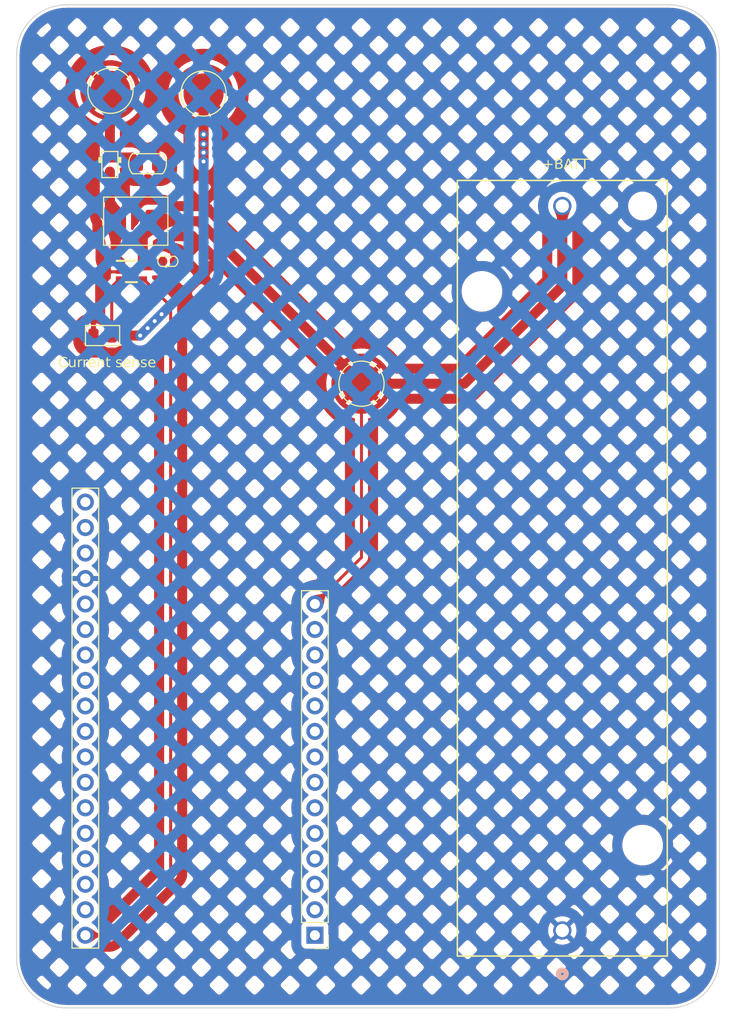
<source format=kicad_pcb>
(kicad_pcb (version 20240108) (generator "pcbnew") (generator_version "8.0")
  (title_block (comment 4 "AISLER Project ID: PGBABWTL"))
  (layers (0 "F.Cu" mixed) (31 "B.Cu" mixed) (34 "B.Paste" user) (35 "F.Paste" user) (36 "B.SilkS" user "B.Silkscreen") (37 "F.SilkS" user "F.Silkscreen") (38 "B.Mask" user) (39 "F.Mask" user) (44 "Edge.Cuts" user))
  (net 0 "")
  (net 2 "Net-(J2-Pin_1)")
  (net 4 "GND")
  (net 5 "/ctrl")
  (net 25 "/vin")
  (net 29 "Net-(D1-A)")
  (net 30 "Net-(D1-K)")
  (footprint "TestPoint:TestPoint_Pad_D4.0mm" (layer "F.Cu") (at 130 58.8)
    (property "Reference" "J1" (hide yes))
    (property "Value" "+LED")
    (fp_circle (center 0 0) (end 0 2.25) (stroke (width 0.12)) (fill none) (layer "F.SilkS"))
    (pad "1" smd circle (at 0 0) (size 4 4) (layers "F.Cu" "F.Mask") (net 30 "Net-(D1-K)"))
  )
  (footprint "Resistor_SMD_AKL:R_0805_2012Metric" (layer "F.Cu") (at 129.21725 83.2 180)
    (property "Reference" "R2" (hide yes))
    (property "Value" "5.1" (hide yes))
    (fp_line (start 1.7 1) (end 1.7 -1) (stroke (width 0.12)) (layer "F.SilkS"))
    (fp_line (start 1.7 -1) (end -1.7 -1) (stroke (width 0.12)) (layer "F.SilkS"))
    (fp_line (start -1.7 1) (end 1.7 1) (stroke (width 0.12)) (layer "F.SilkS"))
    (fp_line (start -1.7 -1) (end -1.7 1) (stroke (width 0.12)) (layer "F.SilkS"))
    (pad "1" smd roundrect (at -0.9125 0 180) (size 1.025 1.4) (layers "F.Cu" "F.Paste" "F.Mask") (roundrect_rratio 0.243902) (net 2 "Net-(J2-Pin_1)"))
    (pad "2" smd roundrect (at 0.9125 0 180) (size 1.025 1.4) (layers "F.Cu" "F.Paste" "F.Mask") (roundrect_rratio 0.243902) (net 4 "GND"))
  )
  (footprint "Capacitor_SMD_AKL:C_0805_2012Metric" (layer "F.Cu") (at 133.69 66.07)
    (property "Reference" "C3" (hide yes))
    (property "Value" "1uF" (hide yes))
    (fp_line (start -1.5 1) (end 1.5 1) (stroke (width 0.12)) (layer "F.SilkS"))
    (fp_line (start 1.5 -1) (end -1.5 -1) (stroke (width 0.12)) (layer "F.SilkS"))
    (fp_arc (start -1.5 1) (mid -1.880894 0) (end -1.5 -1) (stroke (width 0.12)) (layer "F.SilkS"))
    (fp_arc (start 1.5 -1) (mid 1.880894 0) (end 1.5 1) (stroke (width 0.12)) (layer "F.SilkS"))
    (pad "1" smd roundrect (at -0.949999 0) (size 1 1.45) (layers "F.Cu" "F.Paste" "F.Mask") (net 30 "Net-(D1-K)"))
    (pad "2" smd roundrect (at 0.949999 0) (size 1 1.45) (layers "F.Cu" "F.Paste" "F.Mask") (net 4 "GND"))
  )
  (footprint "TestPoint:TestPoint_Pad_D4.0mm" (layer "F.Cu") (at 139.271835 59.068967)
    (property "Reference" "J2" (hide yes))
    (property "Value" "-LED")
    (fp_circle (center 0 0) (end 0 2.25) (stroke (width 0.12)) (fill none) (layer "F.SilkS"))
    (pad "1" smd circle (at 0 0) (size 4 4) (layers "F.Cu" "F.Mask") (net 2 "Net-(J2-Pin_1)"))
  )
  (footprint "TestPoint:TestPoint_Pad_D4.0mm" (layer "F.Cu") (at 155 88)
    (property "Reference" "J3" (hide yes))
    (property "Value" "VIN")
    (fp_circle (center 0 0) (end 0 2.25) (stroke (width 0.12)) (fill none) (layer "F.SilkS"))
    (pad "1" smd circle (at 0 0) (size 4 4) (layers "F.Cu" "F.Mask") (net 25 "/vin"))
  )
  (footprint "Capacitor_SMD_AKL:C_0402_1005Metric" (layer "F.Cu") (at 135.71725 75.8)
    (property "Reference" "C2" (hide yes))
    (property "Value" "4.7uF" (hide yes))
    (fp_line (start -0.7 0.5) (end 0.7 0.5) (stroke (width 0.12)) (layer "F.SilkS"))
    (fp_line (start 0.7 -0.5) (end -0.7 -0.5) (stroke (width 0.12)) (layer "F.SilkS"))
    (fp_arc (start -0.7 0.5) (mid -0.998531 0) (end -0.7 -0.5) (stroke (width 0.12)) (layer "F.SilkS"))
    (fp_arc (start 0.7 -0.5) (mid 0.998532 0) (end 0.7 0.5) (stroke (width 0.12)) (layer "F.SilkS"))
    (pad "1" smd roundrect (at -0.48 0) (size 0.56 0.62) (layers "F.Cu" "F.Paste" "F.Mask") (net 25 "/vin"))
    (pad "2" smd roundrect (at 0.48 0) (size 0.56 0.62) (layers "F.Cu" "F.Paste" "F.Mask") (net 4 "GND"))
  )
  (footprint "PCM_Inductor_SMD_AKL:L_Vishay_IHLP-1616" (layer "F.Cu") (at 132.51725 71.8 180)
    (property "Reference" "L1" (hide yes))
    (property "Value" "IHLP1616BZER4R7M11" (hide yes))
    (fp_line (start 3.2 2.4) (end 3.2 -2.4) (stroke (width 0.12)) (layer "F.SilkS"))
    (fp_line (start 3.2 -2.4) (end -3.2 -2.4) (stroke (width 0.12)) (layer "F.SilkS"))
    (fp_line (start -3.2 2.4) (end 3.2 2.4) (stroke (width 0.12)) (layer "F.SilkS"))
    (fp_line (start -3.2 -2.4) (end -3.2 2.4) (stroke (width 0.12)) (layer "F.SilkS"))
    (pad "1" smd roundrect (at -1.89225 0 180) (size 1.8545 2.286) (layers "F.Cu" "F.Paste" "F.Mask") (roundrect_rratio 0.1348072257) (net 25 "/vin"))
    (pad "2" smd roundrect (at 1.89225 0 180) (size 1.8545 2.286) (layers "F.Cu" "F.Paste" "F.Mask") (roundrect_rratio 0.1348072257) (net 29 "Net-(D1-A)"))
  )
  (footprint "Library:firebeetle2" (layer "F.Cu") (at 140.2 150.599999 180)
    (property "Reference" "U1" (hide yes))
    (property "Value" "~" (hide yes))
    (fp_line (start 14.030001 6.335) (end 14.03 52.145) (stroke (width 0.12)) (layer "F.SilkS"))
    (fp_line (start 11.370001 6.335) (end 14.030001 6.335) (stroke (width 0.12)) (layer "F.SilkS"))
    (fp_line (start 11.370001 6.335) (end 11.37 52.145) (stroke (width 0.12)) (layer "F.SilkS"))
    (fp_line (start 11.37 52.1866) (end 14.03 52.1866) (stroke (width 0.12)) (layer "F.SilkS"))
    (fp_line (start -8.83 8.89) (end -8.829999 41.97) (stroke (width 0.12)) (layer "F.SilkS"))
    (fp_line (start -11.49 41.970001) (end -8.829999 41.97) (stroke (width 0.12)) (layer "F.SilkS"))
    (fp_line (start -11.49 8.89) (end -8.83 8.89) (stroke (width 0.12)) (layer "F.SilkS"))
    (fp_line (start -11.49 8.89) (end -11.49 41.970001) (stroke (width 0.12)) (layer "F.SilkS"))
    (fp_line (start -11.49 7.62) (end -11.49 6.29) (stroke (width 0.12)) (layer "F.SilkS"))
    (fp_line (start -11.49 6.29) (end -10.16 6.29) (stroke (width 0.12)) (layer "F.SilkS"))
    (pad "1" thru_hole rect (at -10.16 7.62 180) (size 1.7 1.7) (drill 1) (layers "*.Cu" "*.Mask"))
    (pad "2" thru_hole oval (at -10.16 10.16 180) (size 1.7 1.7) (drill 1) (layers "*.Cu" "*.Mask"))
    (pad "3" thru_hole oval (at -10.16 12.7 180) (size 1.7 1.7) (drill 1) (layers "*.Cu" "*.Mask"))
    (pad "4" thru_hole oval (at -10.16 15.24 180) (size 1.7 1.7) (drill 1) (layers "*.Cu" "*.Mask"))
    (pad "5" thru_hole oval (at -10.159999 17.78 180) (size 1.7 1.7) (drill 1) (layers "*.Cu" "*.Mask"))
    (pad "6" thru_hole oval (at -10.16 20.32 180) (size 1.7 1.7) (drill 1) (layers "*.Cu" "*.Mask"))
    (pad "7" thru_hole oval (at -10.16 22.86 180) (size 1.7 1.7) (drill 1) (layers "*.Cu" "*.Mask"))
    (pad "8" thru_hole oval (at -10.16 25.4 180) (size 1.7 1.7) (drill 1) (layers "*.Cu" "*.Mask"))
    (pad "9" thru_hole oval (at -10.159999 27.94 180) (size 1.7 1.7) (drill 1) (layers "*.Cu" "*.Mask"))
    (pad "10" thru_hole oval (at -10.16 30.48 180) (size 1.7 1.7) (drill 1) (layers "*.Cu" "*.Mask"))
    (pad "11" thru_hole oval (at -10.16 33.02 180) (size 1.7 1.7) (drill 1) (layers "*.Cu" "*.Mask"))
    (pad "12" thru_hole oval (at -10.16 35.56 180) (size 1.7 1.7) (drill 1) (layers "*.Cu" "*.Mask"))
    (pad "13" thru_hole oval (at -10.16 38.099999 180) (size 1.7 1.7) (drill 1) (layers "*.Cu" "*.Mask"))
    (pad "14" thru_hole oval (at -10.159999 40.64 180) (size 1.7 1.7) (drill 1) (layers "*.Cu" "*.Mask") (net 25 "/vin"))
    (pad "15" thru_hole oval (at 12.7 7.62 180) (size 1.7 1.7) (drill 1) (layers "*.Cu" "*.Mask") (net 5 "/ctrl"))
    (pad "16" thru_hole oval (at 12.7 10.16 180) (size 1.7 1.7) (drill 1) (layers "*.Cu" "*.Mask"))
    (pad "17" thru_hole oval (at 12.7 12.7 180) (size 1.7 1.7) (drill 1) (layers "*.Cu" "*.Mask"))
    (pad "18" thru_hole oval (at 12.7 15.24 180) (size 1.7 1.7) (drill 1) (layers "*.Cu" "*.Mask"))
    (pad "19" thru_hole oval (at 12.700001 17.78 180) (size 1.7 1.7) (drill 1) (layers "*.Cu" "*.Mask"))
    (pad "20" thru_hole oval (at 12.7 20.32 180) (size 1.7 1.7) (drill 1) (layers "*.Cu" "*.Mask"))
    (pad "21" thru_hole oval (at 12.7 22.86 180) (size 1.7 1.7) (drill 1) (layers "*.Cu" "*.Mask"))
    (pad "22" thru_hole oval (at 12.7 25.4 180) (size 1.7 1.7) (drill 1) (layers "*.Cu" "*.Mask"))
    (pad "23" thru_hole oval (at 12.700001 27.94 180) (size 1.7 1.7) (drill 1) (layers "*.Cu" "*.Mask"))
    (pad "24" thru_hole oval (at 12.7 30.48 180) (size 1.7 1.7) (drill 1) (layers "*.Cu" "*.Mask"))
    (pad "25" thru_hole oval (at 12.7 33.02 180) (size 1.7 1.7) (drill 1) (layers "*.Cu" "*.Mask"))
    (pad "26" thru_hole oval (at 12.7 35.56 180) (size 1.7 1.7) (drill 1) (layers "*.Cu" "*.Mask"))
    (pad "27" thru_hole oval (at 12.7 38.099999 180) (size 1.7 1.7) (drill 1) (layers "*.Cu" "*.Mask"))
    (pad "28" thru_hole oval (at 12.700001 40.64 180) (size 1.7 1.7) (drill 1) (layers "*.Cu" "*.Mask"))
    (pad "29" thru_hole oval (at 12.7 43.18 180) (size 1.7 1.7) (drill 1) (layers "*.Cu" "*.Mask") (net 4 "GND"))
    (pad "30" thru_hole oval (at 12.7 45.72 180) (size 1.7 1.7) (drill 1) (layers "*.Cu" "*.Mask"))
    (pad "31" thru_hole oval (at 12.7 48.26 180) (size 1.7 1.7) (drill 1) (layers "*.Cu" "*.Mask"))
    (pad "32" thru_hole oval (at 12.700001 50.8 180) (size 1.7 1.7) (drill 1) (layers "*.Cu" "*.Mask"))
  )
  (footprint "PCM_Diode_SMD_AKL:D_SOD-523" (layer "F.Cu") (at 129.94225 66.15 -90)
    (property "Reference" "D1" (hide yes))
    (property "Value" "D_Schottky_Generic" (hide yes))
    (fp_line (start -1.3 0.8) (end 1.3 0.8) (stroke (width 0.12)) (layer "F.SilkS"))
    (fp_line (start 1.3 0.8) (end 1.3 -0.8) (stroke (width 0.12)) (layer "F.SilkS"))
    (fp_line (start -1.3 -0.8) (end -1.3 0.8) (stroke (width 0.12)) (layer "F.SilkS"))
    (fp_line (start 1.3 -0.8) (end -1.3 -0.8) (stroke (width 0.12)) (layer "F.SilkS"))
    (fp_poly (pts (xy -0.2 1.1) (xy -0.7 1.1) (xy -0.7 0.8) (xy -0.2 0.8)) (stroke (width 0.1)) (fill solid) (layer "F.SilkS"))
    (fp_poly (pts (xy -0.2 -0.8) (xy -0.7 -0.8) (xy -0.7 -1.1) (xy -0.2 -1.1)) (stroke (width 0.1)) (fill solid) (layer "F.SilkS"))
    (pad "1" smd roundrect (at -0.7 0 90) (size 0.6 0.7) (layers "F.Cu" "F.Paste" "F.Mask") (net 30 "Net-(D1-K)"))
    (pad "2" smd roundrect (at 0.7 0 90) (size 0.6 0.7) (layers "F.Cu" "F.Paste" "F.Mask") (net 29 "Net-(D1-A)"))
  )
  (footprint "footprints:DCK0005A_N" (layer "F.Cu") (at 132.092248 76.850001)
    (property "Reference" "U2" (hide yes))
    (property "Value" "TPS61169DCKR" (hide yes))
    (fp_line (start -1.475001 -1.1) (end 0.449999 -1.1) (stroke (width 0.2)) (layer "F.SilkS"))
    (fp_line (start -0.549999 1.024999) (end 0.549999 1.024999) (stroke (width 0.2)) (layer "F.SilkS"))
    (pad "1" smd rect (at -1.124999 -0.650001 90) (size 0.399999 0.850001) (layers "F.Cu" "F.Paste" "F.Mask") (net 29 "Net-(D1-A)"))
    (pad "2" smd rect (at -1.124999 0 90) (size 0.399999 0.850001) (layers "F.Cu" "F.Paste" "F.Mask") (net 4 "GND"))
    (pad "3" smd rect (at -1.124999 0.649999 90) (size 0.399999 0.850001) (layers "F.Cu" "F.Paste" "F.Mask") (net 2 "Net-(J2-Pin_1)"))
    (pad "4" smd rect (at 1.125002 0.649999 90) (size 0.399999 0.850001) (layers "F.Cu" "F.Paste" "F.Mask") (net 5 "/ctrl"))
    (pad "5" smd rect (at 1.125002 -0.650001 90) (size 0.399999 0.850001) (layers "F.Cu" "F.Paste" "F.Mask") (net 25 "/vin"))
  )
  (footprint "footprints:BATT_1043P_KEY" (layer "F.Cu") (at 175 142.505086 90)
    (property "Reference" "B1" (hide yes))
    (property "Value" "1043P" (hide yes))
    (fp_circle (center -4.326815 0) (end -3.945816 0) (stroke (width 0.508)) (fill none) (layer "B.SilkS"))
    (fp_line (start 74.768785 -10.4521) (end -2.548815 -10.4521) (stroke (width 0.1524)) (layer "F.SilkS"))
    (fp_line (start -2.548815 -10.4521) (end -2.548815 10.4521) (stroke (width 0.1524)) (layer "F.SilkS"))
    (fp_line (start 74.768785 10.4521) (end 74.768785 -10.4521) (stroke (width 0.1524)) (layer "F.SilkS"))
    (fp_line (start -2.548815 10.4521) (end 74.768785 10.4521) (stroke (width 0.1524)) (layer "F.SilkS"))
    (fp_circle (center -4.326815 0) (end -3.945816 0) (stroke (width 0.508)) (fill none) (layer "F.SilkS"))
    (pad "" np_thru_hole circle (at 8.509989 8.000999 90) (size 3.556 3.556) (drill 3.556) (layers "*.Cu" "*.Mask"))
    (pad "" np_thru_hole circle (at 63.709981 -8.001 90) (size 3.556 3.556) (drill 3.556) (layers "*.Cu" "*.Mask"))
    (pad "" np_thru_hole circle (at 72.219999 8 90) (size 2.3876 2.3876) (drill 2.3876) (layers "*.Cu" "*.Mask"))
    (pad "1" thru_hole circle (at 0 0 90) (size 1.8288 1.8288) (drill 1.3208) (layers "*.Cu" "*.Mask") (net 4 "GND"))
    (pad "2" thru_hole circle (at 72.219981 0 90) (size 1.8288 1.8288) (drill 1.3208) (layers "*.Cu" "*.Mask") (net 25 "/vin"))
  )
  (gr_arc (start 120.65 55.225) (mid 122.114466 51.689466) (end 125.65 50.225) (stroke (width 0.1)) (layer "Edge.Cuts"))
  (gr_line (start 125.65 50.225) (end 185.65 50.225) (stroke (width 0.1)) (layer "Edge.Cuts"))
  (gr_arc (start 185.65 50.225) (mid 189.185534 51.689466) (end 190.65 55.225) (stroke (width 0.1)) (layer "Edge.Cuts"))
  (gr_line (start 185.65 150.225) (end 125.65 150.225) (stroke (width 0.1)) (layer "Edge.Cuts"))
  (gr_arc (start 190.65 145.225) (mid 189.185534 148.760534) (end 185.65 150.225) (stroke (width 0.1)) (layer "Edge.Cuts"))
  (gr_line (start 190.65 55.225) (end 190.65 145.225) (stroke (width 0.1)) (layer "Edge.Cuts"))
  (gr_line (start 120.65 145.225) (end 120.65 55.225) (stroke (width 0.1)) (layer "Edge.Cuts"))
  (gr_arc (start 125.65 150.225) (mid 122.114466 148.760534) (end 120.65 145.225) (stroke (width 0.1)) (layer "Edge.Cuts"))
  (gr_text "+BATT" (at 173 66.75 0) (layer "F.SilkS") (effects (font (size 1 1)) (justify left bottom)))
  (gr_text "Current sense" (at 124.78 86.52 0) (layer "F.SilkS") (effects (font (size 1 1)) (justify left bottom)))
  (segment (start 130.12975 78.337499) (end 130.967249 77.5) (width 0.3) (layer "F.Cu") (net 2))
  (segment (start 132.96725 83.2) (end 135.09225 81.075) (width 1) (layer "F.Cu") (net 2))
  (segment (start 132.96725 83.2) (end 130.12975 83.2) (width 1) (layer "F.Cu") (net 2))
  (segment (start 139.271835 63.15) (end 139.271835 59.068967) (width 1) (layer "F.Cu") (net 2))
  (segment (start 139.271835 64.11) (end 139.271835 63.15) (width 1) (layer "F.Cu") (net 2))
  (segment (start 139.271835 64.271835) (end 139.271835 64.11) (width 1) (layer "F.Cu") (net 2))
  (segment (start 139.271835 64.271835) (end 139.271835 64.96) (width 1) (layer "F.Cu") (net 2))
  (segment (start 130.12975 83.2) (end 130.12975 78.337499) (width 0.3) (layer "F.Cu") (net 2))
  (segment (start 139.271835 64.96) (end 139.271835 65.85) (width 1) (layer "F.Cu") (net 2))
  (via (at 139.271835 64.96) (size 0.8) (drill 0.4) (layers "F.Cu" "B.Cu") (net 2))
  (via (at 139.271835 65.85) (size 0.8) (drill 0.4) (layers "F.Cu" "B.Cu") (net 2))
  (via (at 133.70475 82.4625) (size 0.8) (drill 0.4) (layers "F.Cu" "B.Cu") (net 2))
  (via (at 132.96725 83.2) (size 0.8) (drill 0.4) (layers "F.Cu" "B.Cu") (net 2))
  (via (at 135.09225 81.075) (size 0.8) (drill 0.4) (layers "F.Cu" "B.Cu") (net 2))
  (via (at 139.271835 64.11) (size 0.8) (drill 0.4) (layers "F.Cu" "B.Cu") (net 2))
  (via (at 134.40475 81.7625) (size 0.8) (drill 0.4) (layers "F.Cu" "B.Cu") (net 2))
  (via (at 139.271835 63.15) (size 0.8) (drill 0.4) (layers "F.Cu" "B.Cu") (net 2))
  (segment (start 139.271835 65.85) (end 139.271835 76.895415) (width 1) (layer "B.Cu") (net 2))
  (segment (start 139.271835 76.895415) (end 135.09225 81.075) (width 1) (layer "B.Cu") (net 2))
  (segment (start 134.40475 81.7625) (end 135.09225 81.075) (width 1) (layer "B.Cu") (net 2))
  (segment (start 133.70475 82.4625) (end 134.40475 81.7625) (width 1) (layer "B.Cu") (net 2))
  (segment (start 132.96725 83.2) (end 133.70475 82.4625) (width 1) (layer "B.Cu") (net 2))
  (segment (start 130.389999 76.850001) (end 130.389998 76.85) (width 0.3) (layer "F.Cu") (net 4))
  (segment (start 130.389998 76.85) (end 129.82 76.85) (width 0.3) (layer "F.Cu") (net 4))
  (segment (start 130.967249 76.850001) (end 130.389999 76.850001) (width 0.3) (layer "F.Cu") (net 4))
  (segment (start 129.857029 142.979999) (end 135.99625 136.840778) (width 0.3) (layer "F.Cu") (net 5))
  (segment (start 129.857029 142.979999) (end 127.5 142.979999) (width 0.3) (layer "F.Cu") (net 5))
  (segment (start 135.99625 136.840778) (end 135.99625 80.279) (width 0.3) (layer "F.Cu") (net 5))
  (segment (start 135.99625 80.279) (end 133.21725 77.5) (width 0.3) (layer "F.Cu") (net 5))
  (segment (start 165.25 88) (end 155 88) (width 1) (layer "F.Cu") (net 25))
  (segment (start 138.8 71.8) (end 155 88) (width 1) (layer "F.Cu") (net 25))
  (segment (start 133.21725 76.2) (end 133.21725 72.99225) (width 1) (layer "F.Cu") (net 25))
  (segment (start 134.76325 76.2) (end 135.16325 75.8) (width 1) (layer "F.Cu") (net 25))
  (segment (start 175 78.25) (end 165.25 88) (width 1) (layer "F.Cu") (net 25))
  (segment (start 155 105.319998) (end 150.359999 109.959999) (width 0.3) (layer "F.Cu") (net 25))
  (segment (start 133.21725 76.2) (end 134.76325 76.2) (width 1) (layer "F.Cu") (net 25))
  (segment (start 155 105.319998) (end 155 88) (width 0.3) (layer "F.Cu") (net 25))
  (segment (start 175 70.285105) (end 175 78.25) (width 1) (layer "F.Cu") (net 25))
  (segment (start 133.21725 72.99225) (end 134.4095 71.8) (width 1) (layer "F.Cu") (net 25))
  (segment (start 134.4095 71.8) (end 138.8 71.8) (width 1) (layer "F.Cu") (net 25))
  (segment (start 129.94225 66.85) (end 129.94225 71.11725) (width 1) (layer "F.Cu") (net 29))
  (segment (start 129.94225 71.11725) (end 130.625 71.8) (width 1) (layer "F.Cu") (net 29))
  (segment (start 130.956002 75.896002) (end 130.967249 75.896002) (width 1) (layer "F.Cu") (net 29))
  (segment (start 130.625 71.8) (end 130.513998 71.911002) (width 1) (layer "F.Cu") (net 29))
  (segment (start 130.513998 71.911002) (end 130.513998 75.453998) (width 1) (layer "F.Cu") (net 29))
  (segment (start 130.513998 75.453998) (end 130.956002 75.896002) (width 1) (layer "F.Cu") (net 29))
  (segment (start 129.94225 65.45) (end 129.94225 58.85775) (width 1) (layer "F.Cu") (net 30))
  (segment (start 129.94225 58.85775) (end 130 58.8) (width 1) (layer "F.Cu") (net 30))
  (segment (start 132.740001 66.07) (end 132.120001 65.45) (width 1) (layer "F.Cu") (net 30))
  (segment (start 132.120001 65.45) (end 129.94225 65.45) (width 1) (layer "F.Cu") (net 30))
  (zone (net 30) (net_name "Net-(D1-K)") (layer "F.Cu") (priority 4) (connect_pads (clearance 0.5)) (min_thickness 0.25) (fill yes (thermal_gap 0.5) (thermal_bridge_width 0.5))
    (polygon (pts (xy 132.98581 58.745763) (xy 132.971364 59.039814) (xy 132.928165 59.331033) (xy 132.856631 59.616617) (xy 132.757448 59.893813) (xy 132.631573 60.159953) (xy 132.480218 60.412473) (xy 132.304841 60.648942) (xy 132.10713 60.867083) (xy 131.888989 61.064794) (xy 131.65252 61.240171) (xy 131.4 61.391526) (xy 131.13386 61.517401) (xy 130.856664 61.616584) (xy 130.57108 61.688118) (xy 130.279861 61.731317) (xy 129.98581 61.745763) (xy 129.691759 61.731317) (xy 129.40054 61.688118) (xy 129.114956 61.616584) (xy 128.83776 61.517401) (xy 128.57162 61.391526) (xy 128.3191 61.240171) (xy 128.082631 61.064794) (xy 127.86449 60.867083) (xy 127.666779 60.648942) (xy 127.491402 60.412473) (xy 127.340047 60.159953) (xy 127.214172 59.893813) (xy 127.114989 59.616617) (xy 127.043455 59.331033) (xy 127.000256 59.039814) (xy 126.98581 58.745763) (xy 127.000256 58.451712) (xy 127.043455 58.160493) (xy 127.114989 57.874909) (xy 127.214172 57.597713) (xy 127.340047 57.331573) (xy 127.491402 57.079053) (xy 127.666779 56.842584) (xy 127.86449 56.624443) (xy 128.082631 56.426732) (xy 128.3191 56.251355) (xy 128.57162 56.1) (xy 128.83776 55.974125) (xy 129.114956 55.874942) (xy 129.40054 55.803408) (xy 129.691759 55.760209) (xy 129.98581 55.745763) (xy 130.279861 55.760209) (xy 130.57108 55.803408) (xy 130.856664 55.874942) (xy 131.13386 55.974125) (xy 131.4 56.1) (xy 131.65252 56.251355) (xy 131.888989 56.426732) (xy 132.10713 56.624443) (xy 132.304841 56.842584) (xy 132.480218 57.079053) (xy 132.631573 57.331573) (xy 132.757448 57.597713) (xy 132.856631 57.874909) (xy 132.928165 58.160493) (xy 132.971364 58.451712)))
  )
  (zone (net 25) (net_name "/vin") (layer "F.Cu") (connect_pads (clearance 0.5)) (min_thickness 0.25) (fill yes (thermal_gap 0.5) (thermal_bridge_width 0.5))
    (polygon (pts (xy 158 88) (xy 157.985554 88.294051) (xy 157.942355 88.58527) (xy 157.870821 88.870854) (xy 157.771638 89.14805) (xy 157.645763 89.41419) (xy 157.494408 89.66671) (xy 157.319031 89.903179) (xy 157.12132 90.12132) (xy 156.903179 90.319031) (xy 156.66671 90.494408) (xy 156.41419 90.645763) (xy 156.14805 90.771638) (xy 155.870854 90.870821) (xy 155.58527 90.942355) (xy 155.294051 90.985554) (xy 155 91) (xy 154.705949 90.985554) (xy 154.41473 90.942355) (xy 154.129146 90.870821) (xy 153.85195 90.771638) (xy 153.58581 90.645763) (xy 153.33329 90.494408) (xy 153.096821 90.319031) (xy 152.87868 90.12132) (xy 152.680969 89.903179) (xy 152.505592 89.66671) (xy 152.354237 89.41419) (xy 152.228362 89.14805) (xy 152.129179 88.870854) (xy 152.057645 88.58527) (xy 152.014446 88.294051) (xy 152 88) (xy 152.014446 87.705949) (xy 152.057645 87.41473) (xy 152.129179 87.129146) (xy 152.228362 86.85195) (xy 152.354237 86.58581) (xy 152.505592 86.33329) (xy 152.680969 86.096821) (xy 152.87868 85.87868) (xy 153.096821 85.680969) (xy 153.33329 85.505592) (xy 153.58581 85.354237) (xy 153.85195 85.228362) (xy 154.129146 85.129179) (xy 154.41473 85.057645) (xy 154.705949 85.014446) (xy 155 85) (xy 155.294051 85.014446) (xy 155.58527 85.057645) (xy 155.870854 85.129179) (xy 156.14805 85.228362) (xy 156.41419 85.354237) (xy 156.66671 85.505592) (xy 156.903179 85.680969) (xy 157.12132 85.87868) (xy 157.319031 86.096821) (xy 157.494408 86.33329) (xy 157.645763 86.58581) (xy 157.771638 86.85195) (xy 157.870821 87.129146) (xy 157.942355 87.41473) (xy 157.985554 87.705949)))
  )
  (zone (net 2) (net_name "Net-(J2-Pin_1)") (layer "F.Cu") (connect_pads (clearance 0.5)) (min_thickness 0.25) (fill yes (thermal_gap 0.5) (thermal_bridge_width 0.5))
    (polygon (pts (xy 142.257645 59.11473) (xy 142.243199 59.408781) (xy 142.2 59.7) (xy 142.128466 59.985584) (xy 142.029283 60.26278) (xy 141.903408 60.52892) (xy 141.752053 60.78144) (xy 141.576676 61.017909) (xy 141.378965 61.23605) (xy 141.160824 61.433761) (xy 140.924355 61.609138) (xy 140.671835 61.760493) (xy 140.405695 61.886368) (xy 140.128499 61.985551) (xy 139.842915 62.057085) (xy 139.551696 62.100284) (xy 139.257645 62.11473) (xy 138.963594 62.100284) (xy 138.672375 62.057085) (xy 138.386791 61.985551) (xy 138.109595 61.886368) (xy 137.843455 61.760493) (xy 137.590935 61.609138) (xy 137.354466 61.433761) (xy 137.136325 61.23605) (xy 136.938614 61.017909) (xy 136.763237 60.78144) (xy 136.611882 60.52892) (xy 136.486007 60.26278) (xy 136.386824 59.985584) (xy 136.31529 59.7) (xy 136.272091 59.408781) (xy 136.257645 59.11473) (xy 136.272091 58.820679) (xy 136.31529 58.52946) (xy 136.386824 58.243876) (xy 136.486007 57.96668) (xy 136.611882 57.70054) (xy 136.763237 57.44802) (xy 136.938614 57.211551) (xy 137.136325 56.99341) (xy 137.354466 56.795699) (xy 137.590935 56.620322) (xy 137.843455 56.468967) (xy 138.109595 56.343092) (xy 138.386791 56.243909) (xy 138.672375 56.172375) (xy 138.963594 56.129176) (xy 139.257645 56.11473) (xy 139.551696 56.129176) (xy 139.842915 56.172375) (xy 140.128499 56.243909) (xy 140.405695 56.343092) (xy 140.671835 56.468967) (xy 140.924355 56.620322) (xy 141.160824 56.795699) (xy 141.378965 56.99341) (xy 141.576676 57.211551) (xy 141.752053 57.44802) (xy 141.903408 57.70054) (xy 142.029283 57.96668) (xy 142.128466 58.243876) (xy 142.2 58.52946) (xy 142.243199 58.820679)))
  )
  (zone (net 4) (net_name "GND") (layers "F&B.Cu") (connect_pads (clearance 0.5)) (min_thickness 0.25) (fill yes (mode hatch) (thermal_gap 0.5) (thermal_bridge_width 0.5) (hatch_thickness 1) (hatch_gap 1.5) (hatch_orientation 45) (hatch_smoothing_level 2) (hatch_smoothing_value 0.3) (hatch_border_algorithm hatch_thickness) (hatch_min_hole_area 0.3))
    (polygon (pts (xy 119.75 50.25) (xy 192 49.75) (xy 191.5 151.75) (xy 119 151.25)))
  )
)
</source>
